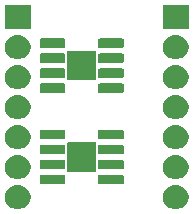
<source format=gbr>
%TF.GenerationSoftware,KiCad,Pcbnew,8.0.4*%
%TF.CreationDate,2024-09-08T17:57:52-03:00*%
%TF.ProjectId,PCBWay-Module_TB67H450FNG,50434257-6179-42d4-9d6f-64756c655f54,rev?*%
%TF.SameCoordinates,Original*%
%TF.FileFunction,Soldermask,Top*%
%TF.FilePolarity,Negative*%
%FSLAX46Y46*%
G04 Gerber Fmt 4.6, Leading zero omitted, Abs format (unit mm)*
G04 Created by KiCad (PCBNEW 8.0.4) date 2024-09-08 17:57:52*
%MOMM*%
%LPD*%
G01*
G04 APERTURE LIST*
G04 APERTURE END LIST*
G36*
X105848017Y-118354815D02*
G01*
X106040285Y-118393060D01*
X106221397Y-118468079D01*
X106384393Y-118576990D01*
X106523010Y-118715607D01*
X106631921Y-118878603D01*
X106706940Y-119059715D01*
X106745185Y-119251983D01*
X106745185Y-119448017D01*
X106706940Y-119640285D01*
X106631921Y-119821397D01*
X106523010Y-119984393D01*
X106384393Y-120123010D01*
X106221397Y-120231921D01*
X106040285Y-120306940D01*
X105848017Y-120345185D01*
X105750000Y-120350000D01*
X105748749Y-120350000D01*
X105551251Y-120350000D01*
X105550000Y-120350000D01*
X105451983Y-120345185D01*
X105259715Y-120306940D01*
X105078603Y-120231921D01*
X104915607Y-120123010D01*
X104776990Y-119984393D01*
X104668079Y-119821397D01*
X104593060Y-119640285D01*
X104554815Y-119448017D01*
X104554815Y-119251983D01*
X104593060Y-119059715D01*
X104668079Y-118878603D01*
X104776990Y-118715607D01*
X104915607Y-118576990D01*
X105078603Y-118468079D01*
X105259715Y-118393060D01*
X105451983Y-118354815D01*
X105550000Y-118350000D01*
X105750000Y-118350000D01*
X105848017Y-118354815D01*
G37*
G36*
X119238017Y-118354815D02*
G01*
X119430285Y-118393060D01*
X119611397Y-118468079D01*
X119774393Y-118576990D01*
X119913010Y-118715607D01*
X120021921Y-118878603D01*
X120096940Y-119059715D01*
X120135185Y-119251983D01*
X120135185Y-119448017D01*
X120096940Y-119640285D01*
X120021921Y-119821397D01*
X119913010Y-119984393D01*
X119774393Y-120123010D01*
X119611397Y-120231921D01*
X119430285Y-120306940D01*
X119238017Y-120345185D01*
X119140000Y-120350000D01*
X119138749Y-120350000D01*
X118941251Y-120350000D01*
X118940000Y-120350000D01*
X118841983Y-120345185D01*
X118649715Y-120306940D01*
X118468603Y-120231921D01*
X118305607Y-120123010D01*
X118166990Y-119984393D01*
X118058079Y-119821397D01*
X117983060Y-119640285D01*
X117944815Y-119448017D01*
X117944815Y-119251983D01*
X117983060Y-119059715D01*
X118058079Y-118878603D01*
X118166990Y-118715607D01*
X118305607Y-118576990D01*
X118468603Y-118468079D01*
X118649715Y-118393060D01*
X118841983Y-118354815D01*
X118940000Y-118350000D01*
X119140000Y-118350000D01*
X119238017Y-118354815D01*
G37*
G36*
X109598971Y-117478855D02*
G01*
X109645233Y-117509767D01*
X109676145Y-117556029D01*
X109687000Y-117610600D01*
X109687000Y-118109400D01*
X109676145Y-118163971D01*
X109645233Y-118210233D01*
X109598971Y-118241145D01*
X109544400Y-118252000D01*
X107655600Y-118252000D01*
X107601029Y-118241145D01*
X107554767Y-118210233D01*
X107523855Y-118163971D01*
X107513000Y-118109400D01*
X107513000Y-117610600D01*
X107523855Y-117556029D01*
X107554767Y-117509767D01*
X107601029Y-117478855D01*
X107655600Y-117468000D01*
X109544400Y-117468000D01*
X109598971Y-117478855D01*
G37*
G36*
X114538971Y-117478855D02*
G01*
X114585233Y-117509767D01*
X114616145Y-117556029D01*
X114627000Y-117610600D01*
X114627000Y-118109400D01*
X114616145Y-118163971D01*
X114585233Y-118210233D01*
X114538971Y-118241145D01*
X114484400Y-118252000D01*
X112595600Y-118252000D01*
X112541029Y-118241145D01*
X112494767Y-118210233D01*
X112463855Y-118163971D01*
X112453000Y-118109400D01*
X112453000Y-117610600D01*
X112463855Y-117556029D01*
X112494767Y-117509767D01*
X112541029Y-117478855D01*
X112595600Y-117468000D01*
X114484400Y-117468000D01*
X114538971Y-117478855D01*
G37*
G36*
X105848017Y-115814815D02*
G01*
X106040285Y-115853060D01*
X106221397Y-115928079D01*
X106384393Y-116036990D01*
X106523010Y-116175607D01*
X106631921Y-116338603D01*
X106706940Y-116519715D01*
X106745185Y-116711983D01*
X106745185Y-116908017D01*
X106706940Y-117100285D01*
X106631921Y-117281397D01*
X106523010Y-117444393D01*
X106384393Y-117583010D01*
X106221397Y-117691921D01*
X106040285Y-117766940D01*
X105848017Y-117805185D01*
X105750000Y-117810000D01*
X105748749Y-117810000D01*
X105551251Y-117810000D01*
X105550000Y-117810000D01*
X105451983Y-117805185D01*
X105259715Y-117766940D01*
X105078603Y-117691921D01*
X104915607Y-117583010D01*
X104776990Y-117444393D01*
X104668079Y-117281397D01*
X104593060Y-117100285D01*
X104554815Y-116908017D01*
X104554815Y-116711983D01*
X104593060Y-116519715D01*
X104668079Y-116338603D01*
X104776990Y-116175607D01*
X104915607Y-116036990D01*
X105078603Y-115928079D01*
X105259715Y-115853060D01*
X105451983Y-115814815D01*
X105550000Y-115810000D01*
X105750000Y-115810000D01*
X105848017Y-115814815D01*
G37*
G36*
X119238017Y-115814815D02*
G01*
X119430285Y-115853060D01*
X119611397Y-115928079D01*
X119774393Y-116036990D01*
X119913010Y-116175607D01*
X120021921Y-116338603D01*
X120096940Y-116519715D01*
X120135185Y-116711983D01*
X120135185Y-116908017D01*
X120096940Y-117100285D01*
X120021921Y-117281397D01*
X119913010Y-117444393D01*
X119774393Y-117583010D01*
X119611397Y-117691921D01*
X119430285Y-117766940D01*
X119238017Y-117805185D01*
X119140000Y-117810000D01*
X119138749Y-117810000D01*
X118941251Y-117810000D01*
X118940000Y-117810000D01*
X118841983Y-117805185D01*
X118649715Y-117766940D01*
X118468603Y-117691921D01*
X118305607Y-117583010D01*
X118166990Y-117444393D01*
X118058079Y-117281397D01*
X117983060Y-117100285D01*
X117944815Y-116908017D01*
X117944815Y-116711983D01*
X117983060Y-116519715D01*
X118058079Y-116338603D01*
X118166990Y-116175607D01*
X118305607Y-116036990D01*
X118468603Y-115928079D01*
X118649715Y-115853060D01*
X118841983Y-115814815D01*
X118940000Y-115810000D01*
X119140000Y-115810000D01*
X119238017Y-115814815D01*
G37*
G36*
X112251534Y-114718264D02*
G01*
X112284625Y-114740375D01*
X112306736Y-114773466D01*
X112314500Y-114812500D01*
X112314500Y-117097500D01*
X112306736Y-117136534D01*
X112284625Y-117169625D01*
X112251534Y-117191736D01*
X112212500Y-117199500D01*
X109927500Y-117199500D01*
X109888466Y-117191736D01*
X109855375Y-117169625D01*
X109833264Y-117136534D01*
X109825500Y-117097500D01*
X109825500Y-114812500D01*
X109833264Y-114773466D01*
X109855375Y-114740375D01*
X109888466Y-114718264D01*
X109927500Y-114710500D01*
X112212500Y-114710500D01*
X112251534Y-114718264D01*
G37*
G36*
X109598971Y-116208855D02*
G01*
X109645233Y-116239767D01*
X109676145Y-116286029D01*
X109687000Y-116340600D01*
X109687000Y-116839400D01*
X109676145Y-116893971D01*
X109645233Y-116940233D01*
X109598971Y-116971145D01*
X109544400Y-116982000D01*
X107655600Y-116982000D01*
X107601029Y-116971145D01*
X107554767Y-116940233D01*
X107523855Y-116893971D01*
X107513000Y-116839400D01*
X107513000Y-116340600D01*
X107523855Y-116286029D01*
X107554767Y-116239767D01*
X107601029Y-116208855D01*
X107655600Y-116198000D01*
X109544400Y-116198000D01*
X109598971Y-116208855D01*
G37*
G36*
X114538971Y-116208855D02*
G01*
X114585233Y-116239767D01*
X114616145Y-116286029D01*
X114627000Y-116340600D01*
X114627000Y-116839400D01*
X114616145Y-116893971D01*
X114585233Y-116940233D01*
X114538971Y-116971145D01*
X114484400Y-116982000D01*
X112595600Y-116982000D01*
X112541029Y-116971145D01*
X112494767Y-116940233D01*
X112463855Y-116893971D01*
X112453000Y-116839400D01*
X112453000Y-116340600D01*
X112463855Y-116286029D01*
X112494767Y-116239767D01*
X112541029Y-116208855D01*
X112595600Y-116198000D01*
X114484400Y-116198000D01*
X114538971Y-116208855D01*
G37*
G36*
X109598971Y-114938855D02*
G01*
X109645233Y-114969767D01*
X109676145Y-115016029D01*
X109687000Y-115070600D01*
X109687000Y-115569400D01*
X109676145Y-115623971D01*
X109645233Y-115670233D01*
X109598971Y-115701145D01*
X109544400Y-115712000D01*
X107655600Y-115712000D01*
X107601029Y-115701145D01*
X107554767Y-115670233D01*
X107523855Y-115623971D01*
X107513000Y-115569400D01*
X107513000Y-115070600D01*
X107523855Y-115016029D01*
X107554767Y-114969767D01*
X107601029Y-114938855D01*
X107655600Y-114928000D01*
X109544400Y-114928000D01*
X109598971Y-114938855D01*
G37*
G36*
X114538971Y-114938855D02*
G01*
X114585233Y-114969767D01*
X114616145Y-115016029D01*
X114627000Y-115070600D01*
X114627000Y-115569400D01*
X114616145Y-115623971D01*
X114585233Y-115670233D01*
X114538971Y-115701145D01*
X114484400Y-115712000D01*
X112595600Y-115712000D01*
X112541029Y-115701145D01*
X112494767Y-115670233D01*
X112463855Y-115623971D01*
X112453000Y-115569400D01*
X112453000Y-115070600D01*
X112463855Y-115016029D01*
X112494767Y-114969767D01*
X112541029Y-114938855D01*
X112595600Y-114928000D01*
X114484400Y-114928000D01*
X114538971Y-114938855D01*
G37*
G36*
X105848017Y-113274815D02*
G01*
X106040285Y-113313060D01*
X106221397Y-113388079D01*
X106384393Y-113496990D01*
X106523010Y-113635607D01*
X106631921Y-113798603D01*
X106706940Y-113979715D01*
X106745185Y-114171983D01*
X106745185Y-114368017D01*
X106706940Y-114560285D01*
X106631921Y-114741397D01*
X106523010Y-114904393D01*
X106384393Y-115043010D01*
X106221397Y-115151921D01*
X106040285Y-115226940D01*
X105848017Y-115265185D01*
X105750000Y-115270000D01*
X105748749Y-115270000D01*
X105551251Y-115270000D01*
X105550000Y-115270000D01*
X105451983Y-115265185D01*
X105259715Y-115226940D01*
X105078603Y-115151921D01*
X104915607Y-115043010D01*
X104776990Y-114904393D01*
X104668079Y-114741397D01*
X104593060Y-114560285D01*
X104554815Y-114368017D01*
X104554815Y-114171983D01*
X104593060Y-113979715D01*
X104668079Y-113798603D01*
X104776990Y-113635607D01*
X104915607Y-113496990D01*
X105078603Y-113388079D01*
X105259715Y-113313060D01*
X105451983Y-113274815D01*
X105550000Y-113270000D01*
X105750000Y-113270000D01*
X105848017Y-113274815D01*
G37*
G36*
X119238017Y-113274815D02*
G01*
X119430285Y-113313060D01*
X119611397Y-113388079D01*
X119774393Y-113496990D01*
X119913010Y-113635607D01*
X120021921Y-113798603D01*
X120096940Y-113979715D01*
X120135185Y-114171983D01*
X120135185Y-114368017D01*
X120096940Y-114560285D01*
X120021921Y-114741397D01*
X119913010Y-114904393D01*
X119774393Y-115043010D01*
X119611397Y-115151921D01*
X119430285Y-115226940D01*
X119238017Y-115265185D01*
X119140000Y-115270000D01*
X119138749Y-115270000D01*
X118941251Y-115270000D01*
X118940000Y-115270000D01*
X118841983Y-115265185D01*
X118649715Y-115226940D01*
X118468603Y-115151921D01*
X118305607Y-115043010D01*
X118166990Y-114904393D01*
X118058079Y-114741397D01*
X117983060Y-114560285D01*
X117944815Y-114368017D01*
X117944815Y-114171983D01*
X117983060Y-113979715D01*
X118058079Y-113798603D01*
X118166990Y-113635607D01*
X118305607Y-113496990D01*
X118468603Y-113388079D01*
X118649715Y-113313060D01*
X118841983Y-113274815D01*
X118940000Y-113270000D01*
X119140000Y-113270000D01*
X119238017Y-113274815D01*
G37*
G36*
X109598971Y-113668855D02*
G01*
X109645233Y-113699767D01*
X109676145Y-113746029D01*
X109687000Y-113800600D01*
X109687000Y-114299400D01*
X109676145Y-114353971D01*
X109645233Y-114400233D01*
X109598971Y-114431145D01*
X109544400Y-114442000D01*
X107655600Y-114442000D01*
X107601029Y-114431145D01*
X107554767Y-114400233D01*
X107523855Y-114353971D01*
X107513000Y-114299400D01*
X107513000Y-113800600D01*
X107523855Y-113746029D01*
X107554767Y-113699767D01*
X107601029Y-113668855D01*
X107655600Y-113658000D01*
X109544400Y-113658000D01*
X109598971Y-113668855D01*
G37*
G36*
X114538971Y-113668855D02*
G01*
X114585233Y-113699767D01*
X114616145Y-113746029D01*
X114627000Y-113800600D01*
X114627000Y-114299400D01*
X114616145Y-114353971D01*
X114585233Y-114400233D01*
X114538971Y-114431145D01*
X114484400Y-114442000D01*
X112595600Y-114442000D01*
X112541029Y-114431145D01*
X112494767Y-114400233D01*
X112463855Y-114353971D01*
X112453000Y-114299400D01*
X112453000Y-113800600D01*
X112463855Y-113746029D01*
X112494767Y-113699767D01*
X112541029Y-113668855D01*
X112595600Y-113658000D01*
X114484400Y-113658000D01*
X114538971Y-113668855D01*
G37*
G36*
X105848017Y-110734815D02*
G01*
X106040285Y-110773060D01*
X106221397Y-110848079D01*
X106384393Y-110956990D01*
X106523010Y-111095607D01*
X106631921Y-111258603D01*
X106706940Y-111439715D01*
X106745185Y-111631983D01*
X106745185Y-111828017D01*
X106706940Y-112020285D01*
X106631921Y-112201397D01*
X106523010Y-112364393D01*
X106384393Y-112503010D01*
X106221397Y-112611921D01*
X106040285Y-112686940D01*
X105848017Y-112725185D01*
X105750000Y-112730000D01*
X105748749Y-112730000D01*
X105551251Y-112730000D01*
X105550000Y-112730000D01*
X105451983Y-112725185D01*
X105259715Y-112686940D01*
X105078603Y-112611921D01*
X104915607Y-112503010D01*
X104776990Y-112364393D01*
X104668079Y-112201397D01*
X104593060Y-112020285D01*
X104554815Y-111828017D01*
X104554815Y-111631983D01*
X104593060Y-111439715D01*
X104668079Y-111258603D01*
X104776990Y-111095607D01*
X104915607Y-110956990D01*
X105078603Y-110848079D01*
X105259715Y-110773060D01*
X105451983Y-110734815D01*
X105550000Y-110730000D01*
X105750000Y-110730000D01*
X105848017Y-110734815D01*
G37*
G36*
X119238017Y-110734815D02*
G01*
X119430285Y-110773060D01*
X119611397Y-110848079D01*
X119774393Y-110956990D01*
X119913010Y-111095607D01*
X120021921Y-111258603D01*
X120096940Y-111439715D01*
X120135185Y-111631983D01*
X120135185Y-111828017D01*
X120096940Y-112020285D01*
X120021921Y-112201397D01*
X119913010Y-112364393D01*
X119774393Y-112503010D01*
X119611397Y-112611921D01*
X119430285Y-112686940D01*
X119238017Y-112725185D01*
X119140000Y-112730000D01*
X119138749Y-112730000D01*
X118941251Y-112730000D01*
X118940000Y-112730000D01*
X118841983Y-112725185D01*
X118649715Y-112686940D01*
X118468603Y-112611921D01*
X118305607Y-112503010D01*
X118166990Y-112364393D01*
X118058079Y-112201397D01*
X117983060Y-112020285D01*
X117944815Y-111828017D01*
X117944815Y-111631983D01*
X117983060Y-111439715D01*
X118058079Y-111258603D01*
X118166990Y-111095607D01*
X118305607Y-110956990D01*
X118468603Y-110848079D01*
X118649715Y-110773060D01*
X118841983Y-110734815D01*
X118940000Y-110730000D01*
X119140000Y-110730000D01*
X119238017Y-110734815D01*
G37*
G36*
X109598971Y-109738855D02*
G01*
X109645233Y-109769767D01*
X109676145Y-109816029D01*
X109687000Y-109870600D01*
X109687000Y-110369400D01*
X109676145Y-110423971D01*
X109645233Y-110470233D01*
X109598971Y-110501145D01*
X109544400Y-110512000D01*
X107655600Y-110512000D01*
X107601029Y-110501145D01*
X107554767Y-110470233D01*
X107523855Y-110423971D01*
X107513000Y-110369400D01*
X107513000Y-109870600D01*
X107523855Y-109816029D01*
X107554767Y-109769767D01*
X107601029Y-109738855D01*
X107655600Y-109728000D01*
X109544400Y-109728000D01*
X109598971Y-109738855D01*
G37*
G36*
X114538971Y-109738855D02*
G01*
X114585233Y-109769767D01*
X114616145Y-109816029D01*
X114627000Y-109870600D01*
X114627000Y-110369400D01*
X114616145Y-110423971D01*
X114585233Y-110470233D01*
X114538971Y-110501145D01*
X114484400Y-110512000D01*
X112595600Y-110512000D01*
X112541029Y-110501145D01*
X112494767Y-110470233D01*
X112463855Y-110423971D01*
X112453000Y-110369400D01*
X112453000Y-109870600D01*
X112463855Y-109816029D01*
X112494767Y-109769767D01*
X112541029Y-109738855D01*
X112595600Y-109728000D01*
X114484400Y-109728000D01*
X114538971Y-109738855D01*
G37*
G36*
X105848017Y-108194815D02*
G01*
X106040285Y-108233060D01*
X106221397Y-108308079D01*
X106384393Y-108416990D01*
X106523010Y-108555607D01*
X106631921Y-108718603D01*
X106706940Y-108899715D01*
X106745185Y-109091983D01*
X106745185Y-109288017D01*
X106706940Y-109480285D01*
X106631921Y-109661397D01*
X106523010Y-109824393D01*
X106384393Y-109963010D01*
X106221397Y-110071921D01*
X106040285Y-110146940D01*
X105848017Y-110185185D01*
X105750000Y-110190000D01*
X105748749Y-110190000D01*
X105551251Y-110190000D01*
X105550000Y-110190000D01*
X105451983Y-110185185D01*
X105259715Y-110146940D01*
X105078603Y-110071921D01*
X104915607Y-109963010D01*
X104776990Y-109824393D01*
X104668079Y-109661397D01*
X104593060Y-109480285D01*
X104554815Y-109288017D01*
X104554815Y-109091983D01*
X104593060Y-108899715D01*
X104668079Y-108718603D01*
X104776990Y-108555607D01*
X104915607Y-108416990D01*
X105078603Y-108308079D01*
X105259715Y-108233060D01*
X105451983Y-108194815D01*
X105550000Y-108190000D01*
X105750000Y-108190000D01*
X105848017Y-108194815D01*
G37*
G36*
X119238017Y-108194815D02*
G01*
X119430285Y-108233060D01*
X119611397Y-108308079D01*
X119774393Y-108416990D01*
X119913010Y-108555607D01*
X120021921Y-108718603D01*
X120096940Y-108899715D01*
X120135185Y-109091983D01*
X120135185Y-109288017D01*
X120096940Y-109480285D01*
X120021921Y-109661397D01*
X119913010Y-109824393D01*
X119774393Y-109963010D01*
X119611397Y-110071921D01*
X119430285Y-110146940D01*
X119238017Y-110185185D01*
X119140000Y-110190000D01*
X119138749Y-110190000D01*
X118941251Y-110190000D01*
X118940000Y-110190000D01*
X118841983Y-110185185D01*
X118649715Y-110146940D01*
X118468603Y-110071921D01*
X118305607Y-109963010D01*
X118166990Y-109824393D01*
X118058079Y-109661397D01*
X117983060Y-109480285D01*
X117944815Y-109288017D01*
X117944815Y-109091983D01*
X117983060Y-108899715D01*
X118058079Y-108718603D01*
X118166990Y-108555607D01*
X118305607Y-108416990D01*
X118468603Y-108308079D01*
X118649715Y-108233060D01*
X118841983Y-108194815D01*
X118940000Y-108190000D01*
X119140000Y-108190000D01*
X119238017Y-108194815D01*
G37*
G36*
X112251534Y-106978264D02*
G01*
X112284625Y-107000375D01*
X112306736Y-107033466D01*
X112314500Y-107072500D01*
X112314500Y-109357500D01*
X112306736Y-109396534D01*
X112284625Y-109429625D01*
X112251534Y-109451736D01*
X112212500Y-109459500D01*
X109927500Y-109459500D01*
X109888466Y-109451736D01*
X109855375Y-109429625D01*
X109833264Y-109396534D01*
X109825500Y-109357500D01*
X109825500Y-107072500D01*
X109833264Y-107033466D01*
X109855375Y-107000375D01*
X109888466Y-106978264D01*
X109927500Y-106970500D01*
X112212500Y-106970500D01*
X112251534Y-106978264D01*
G37*
G36*
X109598971Y-108468855D02*
G01*
X109645233Y-108499767D01*
X109676145Y-108546029D01*
X109687000Y-108600600D01*
X109687000Y-109099400D01*
X109676145Y-109153971D01*
X109645233Y-109200233D01*
X109598971Y-109231145D01*
X109544400Y-109242000D01*
X107655600Y-109242000D01*
X107601029Y-109231145D01*
X107554767Y-109200233D01*
X107523855Y-109153971D01*
X107513000Y-109099400D01*
X107513000Y-108600600D01*
X107523855Y-108546029D01*
X107554767Y-108499767D01*
X107601029Y-108468855D01*
X107655600Y-108458000D01*
X109544400Y-108458000D01*
X109598971Y-108468855D01*
G37*
G36*
X114538971Y-108468855D02*
G01*
X114585233Y-108499767D01*
X114616145Y-108546029D01*
X114627000Y-108600600D01*
X114627000Y-109099400D01*
X114616145Y-109153971D01*
X114585233Y-109200233D01*
X114538971Y-109231145D01*
X114484400Y-109242000D01*
X112595600Y-109242000D01*
X112541029Y-109231145D01*
X112494767Y-109200233D01*
X112463855Y-109153971D01*
X112453000Y-109099400D01*
X112453000Y-108600600D01*
X112463855Y-108546029D01*
X112494767Y-108499767D01*
X112541029Y-108468855D01*
X112595600Y-108458000D01*
X114484400Y-108458000D01*
X114538971Y-108468855D01*
G37*
G36*
X109598971Y-107198855D02*
G01*
X109645233Y-107229767D01*
X109676145Y-107276029D01*
X109687000Y-107330600D01*
X109687000Y-107829400D01*
X109676145Y-107883971D01*
X109645233Y-107930233D01*
X109598971Y-107961145D01*
X109544400Y-107972000D01*
X107655600Y-107972000D01*
X107601029Y-107961145D01*
X107554767Y-107930233D01*
X107523855Y-107883971D01*
X107513000Y-107829400D01*
X107513000Y-107330600D01*
X107523855Y-107276029D01*
X107554767Y-107229767D01*
X107601029Y-107198855D01*
X107655600Y-107188000D01*
X109544400Y-107188000D01*
X109598971Y-107198855D01*
G37*
G36*
X114538971Y-107198855D02*
G01*
X114585233Y-107229767D01*
X114616145Y-107276029D01*
X114627000Y-107330600D01*
X114627000Y-107829400D01*
X114616145Y-107883971D01*
X114585233Y-107930233D01*
X114538971Y-107961145D01*
X114484400Y-107972000D01*
X112595600Y-107972000D01*
X112541029Y-107961145D01*
X112494767Y-107930233D01*
X112463855Y-107883971D01*
X112453000Y-107829400D01*
X112453000Y-107330600D01*
X112463855Y-107276029D01*
X112494767Y-107229767D01*
X112541029Y-107198855D01*
X112595600Y-107188000D01*
X114484400Y-107188000D01*
X114538971Y-107198855D01*
G37*
G36*
X105848017Y-105654815D02*
G01*
X106040285Y-105693060D01*
X106221397Y-105768079D01*
X106384393Y-105876990D01*
X106523010Y-106015607D01*
X106631921Y-106178603D01*
X106706940Y-106359715D01*
X106745185Y-106551983D01*
X106745185Y-106748017D01*
X106706940Y-106940285D01*
X106631921Y-107121397D01*
X106523010Y-107284393D01*
X106384393Y-107423010D01*
X106221397Y-107531921D01*
X106040285Y-107606940D01*
X105848017Y-107645185D01*
X105750000Y-107650000D01*
X105748749Y-107650000D01*
X105551251Y-107650000D01*
X105550000Y-107650000D01*
X105451983Y-107645185D01*
X105259715Y-107606940D01*
X105078603Y-107531921D01*
X104915607Y-107423010D01*
X104776990Y-107284393D01*
X104668079Y-107121397D01*
X104593060Y-106940285D01*
X104554815Y-106748017D01*
X104554815Y-106551983D01*
X104593060Y-106359715D01*
X104668079Y-106178603D01*
X104776990Y-106015607D01*
X104915607Y-105876990D01*
X105078603Y-105768079D01*
X105259715Y-105693060D01*
X105451983Y-105654815D01*
X105550000Y-105650000D01*
X105750000Y-105650000D01*
X105848017Y-105654815D01*
G37*
G36*
X119238017Y-105654815D02*
G01*
X119430285Y-105693060D01*
X119611397Y-105768079D01*
X119774393Y-105876990D01*
X119913010Y-106015607D01*
X120021921Y-106178603D01*
X120096940Y-106359715D01*
X120135185Y-106551983D01*
X120135185Y-106748017D01*
X120096940Y-106940285D01*
X120021921Y-107121397D01*
X119913010Y-107284393D01*
X119774393Y-107423010D01*
X119611397Y-107531921D01*
X119430285Y-107606940D01*
X119238017Y-107645185D01*
X119140000Y-107650000D01*
X119138749Y-107650000D01*
X118941251Y-107650000D01*
X118940000Y-107650000D01*
X118841983Y-107645185D01*
X118649715Y-107606940D01*
X118468603Y-107531921D01*
X118305607Y-107423010D01*
X118166990Y-107284393D01*
X118058079Y-107121397D01*
X117983060Y-106940285D01*
X117944815Y-106748017D01*
X117944815Y-106551983D01*
X117983060Y-106359715D01*
X118058079Y-106178603D01*
X118166990Y-106015607D01*
X118305607Y-105876990D01*
X118468603Y-105768079D01*
X118649715Y-105693060D01*
X118841983Y-105654815D01*
X118940000Y-105650000D01*
X119140000Y-105650000D01*
X119238017Y-105654815D01*
G37*
G36*
X109598971Y-105928855D02*
G01*
X109645233Y-105959767D01*
X109676145Y-106006029D01*
X109687000Y-106060600D01*
X109687000Y-106559400D01*
X109676145Y-106613971D01*
X109645233Y-106660233D01*
X109598971Y-106691145D01*
X109544400Y-106702000D01*
X107655600Y-106702000D01*
X107601029Y-106691145D01*
X107554767Y-106660233D01*
X107523855Y-106613971D01*
X107513000Y-106559400D01*
X107513000Y-106060600D01*
X107523855Y-106006029D01*
X107554767Y-105959767D01*
X107601029Y-105928855D01*
X107655600Y-105918000D01*
X109544400Y-105918000D01*
X109598971Y-105928855D01*
G37*
G36*
X114538971Y-105928855D02*
G01*
X114585233Y-105959767D01*
X114616145Y-106006029D01*
X114627000Y-106060600D01*
X114627000Y-106559400D01*
X114616145Y-106613971D01*
X114585233Y-106660233D01*
X114538971Y-106691145D01*
X114484400Y-106702000D01*
X112595600Y-106702000D01*
X112541029Y-106691145D01*
X112494767Y-106660233D01*
X112463855Y-106613971D01*
X112453000Y-106559400D01*
X112453000Y-106060600D01*
X112463855Y-106006029D01*
X112494767Y-105959767D01*
X112541029Y-105928855D01*
X112595600Y-105918000D01*
X114484400Y-105918000D01*
X114538971Y-105928855D01*
G37*
G36*
X106750000Y-105110000D02*
G01*
X104550000Y-105110000D01*
X104550000Y-103110000D01*
X106750000Y-103110000D01*
X106750000Y-105110000D01*
G37*
G36*
X120140000Y-105110000D02*
G01*
X117940000Y-105110000D01*
X117940000Y-103110000D01*
X120140000Y-103110000D01*
X120140000Y-105110000D01*
G37*
M02*

</source>
